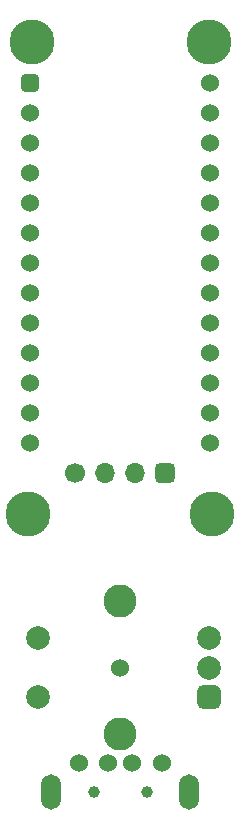
<source format=gbr>
%TF.GenerationSoftware,KiCad,Pcbnew,6.0.11-2627ca5db0~126~ubuntu22.04.1*%
%TF.CreationDate,2023-02-19T20:25:04+09:00*%
%TF.ProjectId,QuickPass,51756963-6b50-4617-9373-2e6b69636164,rev?*%
%TF.SameCoordinates,Original*%
%TF.FileFunction,Soldermask,Bot*%
%TF.FilePolarity,Negative*%
%FSLAX46Y46*%
G04 Gerber Fmt 4.6, Leading zero omitted, Abs format (unit mm)*
G04 Created by KiCad (PCBNEW 6.0.11-2627ca5db0~126~ubuntu22.04.1) date 2023-02-19 20:25:04*
%MOMM*%
%LPD*%
G01*
G04 APERTURE LIST*
G04 Aperture macros list*
%AMRoundRect*
0 Rectangle with rounded corners*
0 $1 Rounding radius*
0 $2 $3 $4 $5 $6 $7 $8 $9 X,Y pos of 4 corners*
0 Add a 4 corners polygon primitive as box body*
4,1,4,$2,$3,$4,$5,$6,$7,$8,$9,$2,$3,0*
0 Add four circle primitives for the rounded corners*
1,1,$1+$1,$2,$3*
1,1,$1+$1,$4,$5*
1,1,$1+$1,$6,$7*
1,1,$1+$1,$8,$9*
0 Add four rect primitives between the rounded corners*
20,1,$1+$1,$2,$3,$4,$5,0*
20,1,$1+$1,$4,$5,$6,$7,0*
20,1,$1+$1,$6,$7,$8,$9,0*
20,1,$1+$1,$8,$9,$2,$3,0*%
G04 Aperture macros list end*
%ADD10C,1.700000*%
%ADD11O,1.700000X1.700000*%
%ADD12RoundRect,0.425000X0.425000X-0.425000X0.425000X0.425000X-0.425000X0.425000X-0.425000X-0.425000X0*%
%ADD13C,3.800000*%
%ADD14C,1.524000*%
%ADD15RoundRect,0.500000X0.500000X0.500000X-0.500000X0.500000X-0.500000X-0.500000X0.500000X-0.500000X0*%
%ADD16C,2.000000*%
%ADD17C,2.800000*%
%ADD18C,1.000000*%
%ADD19O,1.700000X3.000000*%
%ADD20RoundRect,0.381000X-0.381000X-0.381000X0.381000X-0.381000X0.381000X0.381000X-0.381000X0.381000X0*%
G04 APERTURE END LIST*
D10*
%TO.C,J2*%
X106190000Y-110000000D03*
D11*
X108730000Y-110000000D03*
X111270000Y-110000000D03*
D12*
X113810000Y-110000000D03*
%TD*%
D13*
%TO.C,H1*%
X117800000Y-113500000D03*
%TD*%
%TO.C,H4*%
X102500000Y-73500000D03*
%TD*%
D14*
%TO.C,SW4*%
X110000000Y-126500000D03*
D15*
X117500000Y-129000000D03*
D16*
X117500000Y-124000000D03*
X117500000Y-126500000D03*
D17*
X110000000Y-132100000D03*
X110000000Y-120900000D03*
D16*
X103000000Y-129000000D03*
X103000000Y-124000000D03*
%TD*%
D13*
%TO.C,H2*%
X117500000Y-73500000D03*
%TD*%
D18*
%TO.C,J1*%
X107750000Y-137000000D03*
X112250000Y-137000000D03*
D14*
X113500000Y-134600000D03*
X111000000Y-134600000D03*
X109000000Y-134600000D03*
X106500000Y-134600000D03*
D19*
X104150000Y-137000000D03*
X115850000Y-137000000D03*
%TD*%
D13*
%TO.C,H3*%
X102200000Y-113500000D03*
%TD*%
D20*
%TO.C,U1*%
X102380000Y-77010000D03*
D14*
X102380000Y-79550000D03*
X102380000Y-82090000D03*
X102380000Y-84630000D03*
X102380000Y-87170000D03*
X102380000Y-89710000D03*
X102380000Y-92250000D03*
X102380000Y-94790000D03*
X102380000Y-97330000D03*
X102380000Y-99870000D03*
X102380000Y-102410000D03*
X102380000Y-104950000D03*
X102380000Y-107490000D03*
X117620000Y-107490000D03*
X117620000Y-104950000D03*
X117620000Y-102410000D03*
X117620000Y-99870000D03*
X117620000Y-97330000D03*
X117620000Y-94790000D03*
X117620000Y-92250000D03*
X117620000Y-89710000D03*
X117620000Y-87170000D03*
X117620000Y-84630000D03*
X117620000Y-82090000D03*
X117620000Y-79550000D03*
X117620000Y-77010000D03*
%TD*%
M02*

</source>
